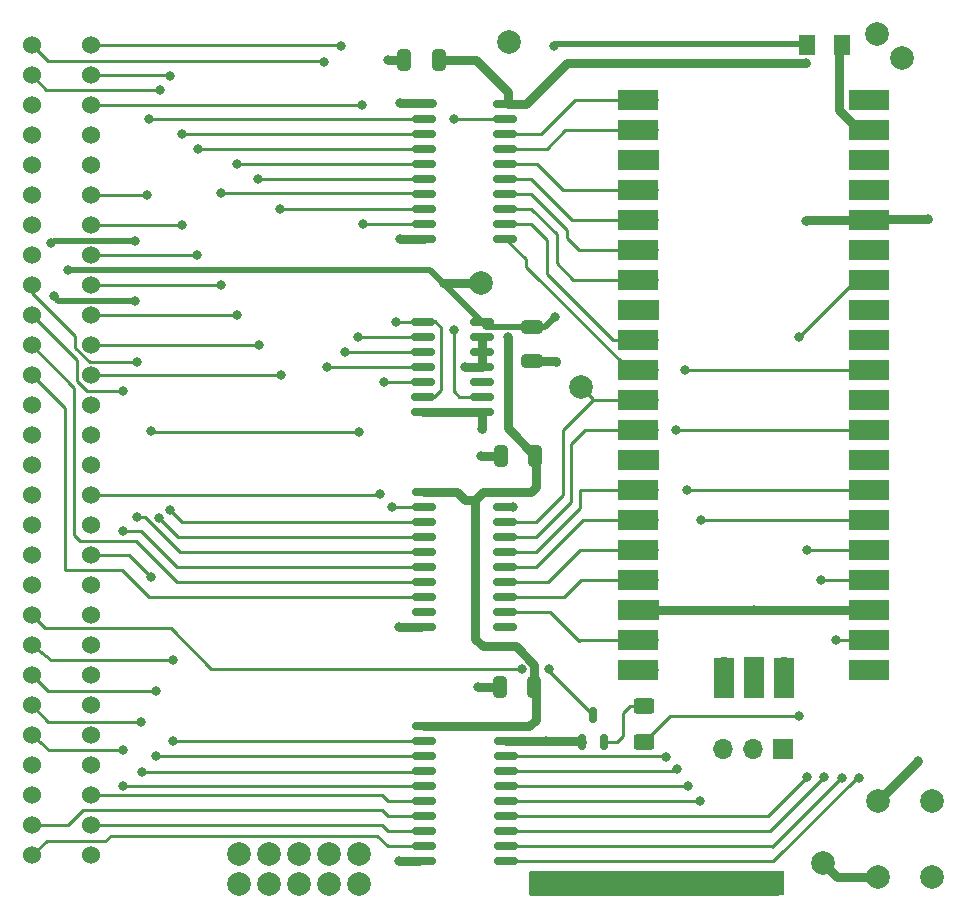
<source format=gtl>
G04 #@! TF.GenerationSoftware,KiCad,Pcbnew,6.0.10-86aedd382b~118~ubuntu20.04.1*
G04 #@! TF.CreationDate,2023-01-30T13:16:44+00:00*
G04 #@! TF.ProjectId,srom,73726f6d-2e6b-4696-9361-645f70636258,rev?*
G04 #@! TF.SameCoordinates,Original*
G04 #@! TF.FileFunction,Copper,L1,Top*
G04 #@! TF.FilePolarity,Positive*
%FSLAX46Y46*%
G04 Gerber Fmt 4.6, Leading zero omitted, Abs format (unit mm)*
G04 Created by KiCad (PCBNEW 6.0.10-86aedd382b~118~ubuntu20.04.1) date 2023-01-30 13:16:44*
%MOMM*%
%LPD*%
G01*
G04 APERTURE LIST*
G04 Aperture macros list*
%AMRoundRect*
0 Rectangle with rounded corners*
0 $1 Rounding radius*
0 $2 $3 $4 $5 $6 $7 $8 $9 X,Y pos of 4 corners*
0 Add a 4 corners polygon primitive as box body*
4,1,4,$2,$3,$4,$5,$6,$7,$8,$9,$2,$3,0*
0 Add four circle primitives for the rounded corners*
1,1,$1+$1,$2,$3*
1,1,$1+$1,$4,$5*
1,1,$1+$1,$6,$7*
1,1,$1+$1,$8,$9*
0 Add four rect primitives between the rounded corners*
20,1,$1+$1,$2,$3,$4,$5,0*
20,1,$1+$1,$4,$5,$6,$7,0*
20,1,$1+$1,$6,$7,$8,$9,0*
20,1,$1+$1,$8,$9,$2,$3,0*%
G04 Aperture macros list end*
G04 #@! TA.AperFunction,ComponentPad*
%ADD10C,2.000000*%
G04 #@! TD*
G04 #@! TA.AperFunction,SMDPad,CuDef*
%ADD11RoundRect,0.250000X-0.325000X-0.650000X0.325000X-0.650000X0.325000X0.650000X-0.325000X0.650000X0*%
G04 #@! TD*
G04 #@! TA.AperFunction,SMDPad,CuDef*
%ADD12RoundRect,0.150000X-0.837500X-0.150000X0.837500X-0.150000X0.837500X0.150000X-0.837500X0.150000X0*%
G04 #@! TD*
G04 #@! TA.AperFunction,SMDPad,CuDef*
%ADD13RoundRect,0.250000X-0.650000X0.325000X-0.650000X-0.325000X0.650000X-0.325000X0.650000X0.325000X0*%
G04 #@! TD*
G04 #@! TA.AperFunction,SMDPad,CuDef*
%ADD14RoundRect,0.250000X0.625000X-0.400000X0.625000X0.400000X-0.625000X0.400000X-0.625000X-0.400000X0*%
G04 #@! TD*
G04 #@! TA.AperFunction,SMDPad,CuDef*
%ADD15RoundRect,0.250000X0.325000X0.650000X-0.325000X0.650000X-0.325000X-0.650000X0.325000X-0.650000X0*%
G04 #@! TD*
G04 #@! TA.AperFunction,SMDPad,CuDef*
%ADD16RoundRect,0.150000X-0.825000X-0.150000X0.825000X-0.150000X0.825000X0.150000X-0.825000X0.150000X0*%
G04 #@! TD*
G04 #@! TA.AperFunction,SMDPad,CuDef*
%ADD17RoundRect,0.150000X0.150000X-0.512500X0.150000X0.512500X-0.150000X0.512500X-0.150000X-0.512500X0*%
G04 #@! TD*
G04 #@! TA.AperFunction,ComponentPad*
%ADD18R,1.700000X1.700000*%
G04 #@! TD*
G04 #@! TA.AperFunction,ComponentPad*
%ADD19O,1.700000X1.700000*%
G04 #@! TD*
G04 #@! TA.AperFunction,SMDPad,CuDef*
%ADD20RoundRect,0.250001X0.462499X0.624999X-0.462499X0.624999X-0.462499X-0.624999X0.462499X-0.624999X0*%
G04 #@! TD*
G04 #@! TA.AperFunction,ComponentPad*
%ADD21C,1.524000*%
G04 #@! TD*
G04 #@! TA.AperFunction,SMDPad,CuDef*
%ADD22R,3.500000X1.700000*%
G04 #@! TD*
G04 #@! TA.AperFunction,SMDPad,CuDef*
%ADD23R,1.700000X3.500000*%
G04 #@! TD*
G04 #@! TA.AperFunction,ViaPad*
%ADD24C,0.800000*%
G04 #@! TD*
G04 #@! TA.AperFunction,Conductor*
%ADD25C,0.750000*%
G04 #@! TD*
G04 #@! TA.AperFunction,Conductor*
%ADD26C,0.550000*%
G04 #@! TD*
G04 #@! TA.AperFunction,Conductor*
%ADD27C,0.250000*%
G04 #@! TD*
G04 APERTURE END LIST*
D10*
X48200000Y-122000000D03*
X45660000Y-122000000D03*
D11*
X67825000Y-88340000D03*
X70775000Y-88340000D03*
D12*
X61327500Y-111205000D03*
X61327500Y-112475000D03*
X61327500Y-113745000D03*
X61327500Y-115015000D03*
X61327500Y-116285000D03*
X61327500Y-117555000D03*
X61327500Y-118825000D03*
X61327500Y-120095000D03*
X61327500Y-121365000D03*
X61327500Y-122635000D03*
X68252500Y-122635000D03*
X68252500Y-121365000D03*
X68252500Y-120095000D03*
X68252500Y-118825000D03*
X68252500Y-117555000D03*
X68252500Y-116285000D03*
X68252500Y-115015000D03*
X68252500Y-113745000D03*
X68252500Y-112475000D03*
X68252500Y-111205000D03*
X61307500Y-91385000D03*
X61307500Y-92655000D03*
X61307500Y-93925000D03*
X61307500Y-95195000D03*
X61307500Y-96465000D03*
X61307500Y-97735000D03*
X61307500Y-99005000D03*
X61307500Y-100275000D03*
X61307500Y-101545000D03*
X61307500Y-102815000D03*
X68232500Y-102815000D03*
X68232500Y-101545000D03*
X68232500Y-100275000D03*
X68232500Y-99005000D03*
X68232500Y-97735000D03*
X68232500Y-96465000D03*
X68232500Y-95195000D03*
X68232500Y-93925000D03*
X68232500Y-92655000D03*
X68232500Y-91385000D03*
D13*
X70520000Y-77385000D03*
X70520000Y-80335000D03*
D10*
X95140000Y-122840000D03*
D14*
X79940000Y-112580000D03*
X79940000Y-109480000D03*
D15*
X70685000Y-107880000D03*
X67735000Y-107880000D03*
D10*
X50740000Y-122000000D03*
D16*
X61265000Y-76990000D03*
X61265000Y-78260000D03*
X61265000Y-79530000D03*
X61265000Y-80800000D03*
X61265000Y-82070000D03*
X61265000Y-83340000D03*
X61265000Y-84610000D03*
X66215000Y-84610000D03*
X66215000Y-83340000D03*
X66215000Y-82070000D03*
X66215000Y-80800000D03*
X66215000Y-79530000D03*
X66215000Y-78260000D03*
X66215000Y-76990000D03*
D17*
X74690000Y-112527500D03*
X76590000Y-112527500D03*
X75640000Y-110252500D03*
D10*
X101770000Y-54650000D03*
D12*
X61307500Y-58505000D03*
X61307500Y-59775000D03*
X61307500Y-61045000D03*
X61307500Y-62315000D03*
X61307500Y-63585000D03*
X61307500Y-64855000D03*
X61307500Y-66125000D03*
X61307500Y-67395000D03*
X61307500Y-68665000D03*
X61307500Y-69935000D03*
X68232500Y-69935000D03*
X68232500Y-68665000D03*
X68232500Y-67395000D03*
X68232500Y-66125000D03*
X68232500Y-64855000D03*
X68232500Y-63585000D03*
X68232500Y-62315000D03*
X68232500Y-61045000D03*
X68232500Y-59775000D03*
X68232500Y-58505000D03*
D10*
X53280000Y-122000000D03*
X50740000Y-124540000D03*
X68540000Y-53260000D03*
X66140000Y-73680000D03*
X45660000Y-124540000D03*
X55820000Y-122000000D03*
X99730000Y-52600000D03*
D15*
X62595000Y-54810000D03*
X59645000Y-54810000D03*
D10*
X48200000Y-124540000D03*
D18*
X91730000Y-113165000D03*
D19*
X89190000Y-113165000D03*
X86650000Y-113165000D03*
D10*
X99810000Y-124020000D03*
X99810000Y-117520000D03*
X104310000Y-124020000D03*
X104310000Y-117520000D03*
X53280000Y-124540000D03*
X74630000Y-82520000D03*
D20*
X96717500Y-53540000D03*
X93742500Y-53540000D03*
D10*
X55820000Y-124540000D03*
D21*
X28150000Y-63740000D03*
X33150000Y-63740000D03*
X33150000Y-53580000D03*
X33150000Y-56120000D03*
X33150000Y-58660000D03*
X33150000Y-61200000D03*
X33150000Y-66280000D03*
X33150000Y-68820000D03*
X33150000Y-71360000D03*
X33150000Y-73900000D03*
X33150000Y-76440000D03*
X33150000Y-78980000D03*
X33150000Y-81520000D03*
X33150000Y-84060000D03*
X33150000Y-86600000D03*
X33150000Y-89140000D03*
X33150000Y-91680000D03*
X33150000Y-94220000D03*
X33150000Y-96760000D03*
X33150000Y-99300000D03*
X33150000Y-101840000D03*
X33150000Y-104380000D03*
X33150000Y-106920000D03*
X33150000Y-109460000D03*
X33150000Y-112000000D03*
X33150000Y-114540000D03*
X33150000Y-117080000D03*
X33150000Y-119620000D03*
X33150000Y-122160000D03*
X28150000Y-53580000D03*
X28150000Y-56120000D03*
X28150000Y-58660000D03*
X28150000Y-61200000D03*
X28150000Y-66280000D03*
X28150000Y-68820000D03*
X28150000Y-71360000D03*
X28150000Y-73900000D03*
X28150000Y-76440000D03*
X28150000Y-78980000D03*
X28150000Y-81520000D03*
X28150000Y-84060000D03*
X28150000Y-86600000D03*
X28150000Y-89140000D03*
X28150000Y-91680000D03*
X28150000Y-94220000D03*
X28150000Y-96760000D03*
X28150000Y-99300000D03*
X28150000Y-101840000D03*
X28150000Y-104380000D03*
X28150000Y-106920000D03*
X28150000Y-109460000D03*
X28150000Y-112000000D03*
X28150000Y-114540000D03*
X28150000Y-117080000D03*
X28150000Y-119620000D03*
X28150000Y-122160000D03*
D19*
X80350000Y-58190000D03*
D22*
X79450000Y-58190000D03*
D19*
X80350000Y-60730000D03*
D22*
X79450000Y-60730000D03*
D18*
X80350000Y-63270000D03*
D22*
X79450000Y-63270000D03*
D19*
X80350000Y-65810000D03*
D22*
X79450000Y-65810000D03*
X79450000Y-68350000D03*
D19*
X80350000Y-68350000D03*
X80350000Y-70890000D03*
D22*
X79450000Y-70890000D03*
X79450000Y-73430000D03*
D19*
X80350000Y-73430000D03*
D18*
X80350000Y-75970000D03*
D22*
X79450000Y-75970000D03*
X79450000Y-78510000D03*
D19*
X80350000Y-78510000D03*
D22*
X79450000Y-81050000D03*
D19*
X80350000Y-81050000D03*
D22*
X79450000Y-83590000D03*
D19*
X80350000Y-83590000D03*
D22*
X79450000Y-86130000D03*
D19*
X80350000Y-86130000D03*
D22*
X79450000Y-88670000D03*
D18*
X80350000Y-88670000D03*
D22*
X79450000Y-91210000D03*
D19*
X80350000Y-91210000D03*
D22*
X79450000Y-93750000D03*
D19*
X80350000Y-93750000D03*
D22*
X79450000Y-96290000D03*
D19*
X80350000Y-96290000D03*
X80350000Y-98830000D03*
D22*
X79450000Y-98830000D03*
X79450000Y-101370000D03*
D18*
X80350000Y-101370000D03*
D19*
X80350000Y-103910000D03*
D22*
X79450000Y-103910000D03*
D19*
X80350000Y-106450000D03*
D22*
X79450000Y-106450000D03*
X99030000Y-106450000D03*
D19*
X98130000Y-106450000D03*
X98130000Y-103910000D03*
D22*
X99030000Y-103910000D03*
D18*
X98130000Y-101370000D03*
D22*
X99030000Y-101370000D03*
X99030000Y-98830000D03*
D19*
X98130000Y-98830000D03*
X98130000Y-96290000D03*
D22*
X99030000Y-96290000D03*
D19*
X98130000Y-93750000D03*
D22*
X99030000Y-93750000D03*
X99030000Y-91210000D03*
D19*
X98130000Y-91210000D03*
D22*
X99030000Y-88670000D03*
D18*
X98130000Y-88670000D03*
D22*
X99030000Y-86130000D03*
D19*
X98130000Y-86130000D03*
X98130000Y-83590000D03*
D22*
X99030000Y-83590000D03*
D19*
X98130000Y-81050000D03*
D22*
X99030000Y-81050000D03*
X99030000Y-78510000D03*
D19*
X98130000Y-78510000D03*
D18*
X98130000Y-75970000D03*
D22*
X99030000Y-75970000D03*
X99030000Y-73430000D03*
D19*
X98130000Y-73430000D03*
D22*
X99030000Y-70890000D03*
D19*
X98130000Y-70890000D03*
D22*
X99030000Y-68350000D03*
D19*
X98130000Y-68350000D03*
D22*
X99030000Y-65810000D03*
D19*
X98130000Y-65810000D03*
D22*
X99030000Y-63270000D03*
D18*
X98130000Y-63270000D03*
D19*
X98130000Y-60730000D03*
D22*
X99030000Y-60730000D03*
D19*
X98130000Y-58190000D03*
D22*
X99030000Y-58190000D03*
D23*
X86700000Y-107120000D03*
D19*
X86700000Y-106220000D03*
D18*
X89240000Y-106220000D03*
D23*
X89240000Y-107120000D03*
X91780000Y-107120000D03*
D19*
X91780000Y-106220000D03*
D24*
X36830000Y-75180000D03*
X36830000Y-70110000D03*
X68450000Y-58560000D03*
X93680000Y-55100000D03*
X68440000Y-78270000D03*
X103990000Y-68310000D03*
X93660000Y-68450000D03*
X103190000Y-114140000D03*
X66140000Y-88310000D03*
X68910000Y-92670000D03*
X66230000Y-86020000D03*
X65950000Y-107920000D03*
X72480000Y-80340000D03*
X73440000Y-124940000D03*
X58310000Y-54810000D03*
X71690000Y-112510000D03*
X29980000Y-74780000D03*
X59290000Y-58490000D03*
X89250000Y-101370000D03*
X59230000Y-102820000D03*
X29790000Y-70340000D03*
X64840000Y-80780000D03*
X59210000Y-122670000D03*
X59330000Y-69950000D03*
X72320000Y-53590000D03*
X72420000Y-76540000D03*
X31210000Y-72590000D03*
X58980000Y-77030000D03*
X58650000Y-92640000D03*
X37060000Y-80420000D03*
X37000000Y-93490000D03*
X35830000Y-82830000D03*
X35820000Y-94670000D03*
X35850000Y-116310000D03*
X35830000Y-113200000D03*
X37390000Y-110830000D03*
X37420000Y-115090000D03*
X38640000Y-108260000D03*
X38630000Y-113730000D03*
X82760000Y-114860000D03*
X82680000Y-86130000D03*
X83660000Y-116300000D03*
X83640000Y-91230000D03*
X84670000Y-117570000D03*
X84810000Y-93740000D03*
X40080000Y-105580000D03*
X40050000Y-112500000D03*
X38960000Y-57340000D03*
X38940000Y-93610000D03*
X39850000Y-92890000D03*
X39830000Y-56160000D03*
X98130000Y-115600000D03*
X96690000Y-115609999D03*
X96180000Y-103910000D03*
X94930000Y-98820000D03*
X95240000Y-115546666D03*
X93790000Y-115483333D03*
X93790000Y-96310000D03*
X81820000Y-113790000D03*
X83430000Y-81070000D03*
X37910000Y-66250000D03*
X38040000Y-59810000D03*
X40840000Y-61060000D03*
X40840000Y-68790000D03*
X42200000Y-62320000D03*
X42150000Y-71360000D03*
X47320000Y-64860000D03*
X47360000Y-78920000D03*
X49250000Y-81520000D03*
X49160000Y-67400000D03*
X45490000Y-63580000D03*
X45520000Y-76430000D03*
X44120000Y-66090000D03*
X44150000Y-73890000D03*
X56170000Y-68670000D03*
X56110000Y-58660000D03*
X63910000Y-59810000D03*
X63920000Y-77690000D03*
X53150000Y-80800000D03*
X52850000Y-54970000D03*
X54350000Y-53640000D03*
X54670000Y-79540000D03*
X55780000Y-78290000D03*
X38190000Y-86250000D03*
X38190000Y-98610000D03*
X55810000Y-86330000D03*
X57650000Y-91590000D03*
X57940000Y-82080000D03*
X71935924Y-106334076D03*
X69625924Y-106334076D03*
X93065500Y-110360000D03*
X93090000Y-78270000D03*
D25*
X59230000Y-102820000D02*
X61095000Y-102820000D01*
X61095000Y-102820000D02*
X61100000Y-102815000D01*
D26*
X36830000Y-75180000D02*
X30380000Y-75180000D01*
D25*
X59330000Y-69950000D02*
X61292500Y-69950000D01*
X61292500Y-69950000D02*
X61307500Y-69935000D01*
X59290000Y-58490000D02*
X61980000Y-58490000D01*
D27*
X98170000Y-68310000D02*
X98130000Y-68350000D01*
D25*
X70250000Y-111235000D02*
X70250000Y-111230000D01*
X70385000Y-91370000D02*
X70400000Y-91385000D01*
X64840000Y-92070000D02*
X64155000Y-91385000D01*
X68450000Y-58560000D02*
X68450000Y-57530000D01*
X69120000Y-104450000D02*
X66300000Y-104450000D01*
X64155000Y-91385000D02*
X61307500Y-91385000D01*
X73415000Y-55100000D02*
X69990000Y-58525000D01*
X65730000Y-54810000D02*
X62595000Y-54810000D01*
X70775000Y-88340000D02*
X68440000Y-86005000D01*
X93680000Y-55100000D02*
X73415000Y-55100000D01*
X65650000Y-92070000D02*
X66350000Y-91370000D01*
X103990000Y-68310000D02*
X98170000Y-68310000D01*
X70840000Y-88405000D02*
X70775000Y-88340000D01*
X70820000Y-108015000D02*
X70685000Y-107880000D01*
X65650000Y-92070000D02*
X64840000Y-92070000D01*
X68440000Y-86005000D02*
X68440000Y-78270000D01*
X70685000Y-106015000D02*
X69120000Y-104450000D01*
X66350000Y-91370000D02*
X67880000Y-91370000D01*
X99810000Y-117520000D02*
X103160000Y-114170000D01*
X67880000Y-91370000D02*
X70385000Y-91370000D01*
D27*
X103160000Y-114170000D02*
X103190000Y-114140000D01*
D25*
X70840000Y-90945000D02*
X70840000Y-88405000D01*
X70820000Y-110660000D02*
X70820000Y-108015000D01*
X61357500Y-111235000D02*
X70250000Y-111235000D01*
X69955000Y-58560000D02*
X69990000Y-58525000D01*
X68450000Y-57530000D02*
X65730000Y-54810000D01*
X70250000Y-111230000D02*
X70820000Y-110660000D01*
X66300000Y-104450000D02*
X65650000Y-103800000D01*
X93660000Y-68450000D02*
X93760000Y-68350000D01*
X68450000Y-58560000D02*
X69955000Y-58560000D01*
X95140000Y-122840000D02*
X96320000Y-124020000D01*
X65650000Y-103800000D02*
X65650000Y-92070000D01*
X70685000Y-107880000D02*
X70685000Y-106015000D01*
X96320000Y-124020000D02*
X99810000Y-124020000D01*
X93760000Y-68350000D02*
X98130000Y-68350000D01*
X70400000Y-91385000D02*
X70840000Y-90945000D01*
X58310000Y-54810000D02*
X59645000Y-54810000D01*
X71175000Y-112505000D02*
X74667500Y-112505000D01*
X89250000Y-101370000D02*
X98130000Y-101370000D01*
D26*
X29790000Y-70340000D02*
X30020000Y-70110000D01*
D25*
X66215000Y-78260000D02*
X66215000Y-79530000D01*
X60950000Y-122665000D02*
X59215000Y-122665000D01*
X68282500Y-112505000D02*
X68252500Y-112475000D01*
X65990000Y-107880000D02*
X65950000Y-107920000D01*
X71175000Y-112505000D02*
X68282500Y-112505000D01*
X71685000Y-112505000D02*
X71175000Y-112505000D01*
X66215000Y-84610000D02*
X66215000Y-86005000D01*
X67825000Y-88340000D02*
X66170000Y-88340000D01*
X72475000Y-80335000D02*
X72480000Y-80340000D01*
D26*
X30020000Y-70110000D02*
X36830000Y-70110000D01*
D25*
X80350000Y-101370000D02*
X89250000Y-101370000D01*
D27*
X71685000Y-112505000D02*
X71690000Y-112510000D01*
D26*
X30380000Y-75180000D02*
X29980000Y-74780000D01*
D27*
X66170000Y-88340000D02*
X66140000Y-88310000D01*
D25*
X66215000Y-86005000D02*
X66230000Y-86020000D01*
X66215000Y-80800000D02*
X64860000Y-80800000D01*
X67735000Y-107880000D02*
X65990000Y-107880000D01*
X74667500Y-112505000D02*
X74690000Y-112527500D01*
X66215000Y-79530000D02*
X66215000Y-80800000D01*
X70520000Y-80335000D02*
X72475000Y-80335000D01*
X66215000Y-84610000D02*
X61265000Y-84610000D01*
X64860000Y-80800000D02*
X64840000Y-80780000D01*
D27*
X59215000Y-122665000D02*
X59210000Y-122670000D01*
D26*
X72435000Y-53475000D02*
X93915000Y-53475000D01*
X61860000Y-72630000D02*
X61830000Y-72600000D01*
X61845000Y-72620000D02*
X66215000Y-76990000D01*
X66610000Y-77385000D02*
X66215000Y-76990000D01*
D25*
X66140000Y-73680000D02*
X62905000Y-73680000D01*
D26*
X61830000Y-72600000D02*
X31060000Y-72600000D01*
X72320000Y-53590000D02*
X72435000Y-53475000D01*
X71575000Y-77385000D02*
X72420000Y-76540000D01*
X70520000Y-77385000D02*
X71575000Y-77385000D01*
X70520000Y-77385000D02*
X66610000Y-77385000D01*
D25*
X98130000Y-60730000D02*
X96480000Y-59080000D01*
X96480000Y-59080000D02*
X96480000Y-53540000D01*
D27*
X58650000Y-92640000D02*
X61085000Y-92640000D01*
X61265000Y-76990000D02*
X59020000Y-76990000D01*
X61265000Y-83340000D02*
X62190000Y-83340000D01*
X62790000Y-82740000D02*
X62790000Y-77470000D01*
X59020000Y-76990000D02*
X58980000Y-77030000D01*
X61085000Y-92640000D02*
X61100000Y-92655000D01*
X62790000Y-77470000D02*
X62240000Y-76920000D01*
X62190000Y-83340000D02*
X62790000Y-82740000D01*
X31830000Y-78180000D02*
X31830000Y-79197251D01*
X28150000Y-74500000D02*
X31830000Y-78180000D01*
X37730000Y-93490000D02*
X40705000Y-96465000D01*
X37000000Y-93490000D02*
X37730000Y-93490000D01*
X31830000Y-79197251D02*
X33052749Y-80420000D01*
X33052749Y-80420000D02*
X37060000Y-80420000D01*
X28150000Y-73900000D02*
X28150000Y-74500000D01*
X40705000Y-96465000D02*
X61100000Y-96465000D01*
X32790000Y-82840000D02*
X35820000Y-82840000D01*
X40455000Y-97735000D02*
X61100000Y-97735000D01*
X35820000Y-82840000D02*
X35830000Y-82830000D01*
X28150000Y-76440000D02*
X31930000Y-80220000D01*
X37390000Y-94670000D02*
X40455000Y-97735000D01*
X31930000Y-81980000D02*
X32790000Y-82840000D01*
X35820000Y-94670000D02*
X37390000Y-94670000D01*
X31930000Y-80220000D02*
X31930000Y-81980000D01*
X32180000Y-95510000D02*
X36970000Y-95510000D01*
X28150000Y-78980000D02*
X31710000Y-82540000D01*
X40465000Y-99005000D02*
X61100000Y-99005000D01*
X31710000Y-95040000D02*
X32180000Y-95510000D01*
X31710000Y-82540000D02*
X31710000Y-95040000D01*
X36970000Y-95510000D02*
X40465000Y-99005000D01*
X30920000Y-84290000D02*
X30920000Y-97950000D01*
X28150000Y-81520000D02*
X30920000Y-84290000D01*
X31000000Y-98030000D02*
X35770000Y-98030000D01*
X35770000Y-98030000D02*
X38015000Y-100275000D01*
X38015000Y-100275000D02*
X61100000Y-100275000D01*
X30920000Y-97950000D02*
X31000000Y-98030000D01*
X35550000Y-113210000D02*
X35820000Y-113210000D01*
X29590000Y-113210000D02*
X35550000Y-113210000D01*
X28150000Y-112000000D02*
X29590000Y-113210000D01*
X35855000Y-116315000D02*
X60950000Y-116315000D01*
X35820000Y-113210000D02*
X35830000Y-113200000D01*
X35850000Y-116310000D02*
X35855000Y-116315000D01*
X29520000Y-110830000D02*
X37390000Y-110830000D01*
X28150000Y-109460000D02*
X29520000Y-110830000D01*
X60905000Y-115090000D02*
X60950000Y-115045000D01*
X37420000Y-115090000D02*
X60905000Y-115090000D01*
X28150000Y-106920000D02*
X29490000Y-108260000D01*
X38630000Y-113730000D02*
X60905000Y-113730000D01*
X29490000Y-108260000D02*
X38640000Y-108260000D01*
X60905000Y-113730000D02*
X60950000Y-113775000D01*
X82575000Y-115045000D02*
X68282500Y-115045000D01*
X82760000Y-114860000D02*
X82575000Y-115045000D01*
X68282500Y-115045000D02*
X68252500Y-115015000D01*
X82680000Y-86130000D02*
X98130000Y-86130000D01*
X83645000Y-116315000D02*
X68282500Y-116315000D01*
X83640000Y-91230000D02*
X83660000Y-91210000D01*
X68282500Y-116315000D02*
X68252500Y-116285000D01*
X83660000Y-116300000D02*
X83645000Y-116315000D01*
X83660000Y-91210000D02*
X98130000Y-91210000D01*
X84670000Y-117570000D02*
X84655000Y-117585000D01*
X84655000Y-117585000D02*
X68282500Y-117585000D01*
X98120000Y-93740000D02*
X98130000Y-93750000D01*
X68282500Y-117585000D02*
X68252500Y-117555000D01*
X84810000Y-93740000D02*
X98120000Y-93740000D01*
X80350000Y-103910000D02*
X74530000Y-103910000D01*
X74460000Y-103980000D02*
X72025000Y-101545000D01*
X72025000Y-101545000D02*
X68232500Y-101545000D01*
X74530000Y-103910000D02*
X74460000Y-103980000D01*
X74610000Y-98830000D02*
X73165000Y-100275000D01*
X73165000Y-100275000D02*
X68232500Y-100275000D01*
X80350000Y-98830000D02*
X74610000Y-98830000D01*
X80350000Y-96290000D02*
X74530000Y-96290000D01*
X74530000Y-96290000D02*
X71815000Y-99005000D01*
X71815000Y-99005000D02*
X68232500Y-99005000D01*
X74550000Y-94011751D02*
X70826751Y-97735000D01*
X80350000Y-93750000D02*
X74810000Y-93750000D01*
X74810000Y-93750000D02*
X74550000Y-94010000D01*
X70826751Y-97735000D02*
X68232500Y-97735000D01*
X74550000Y-94010000D02*
X74550000Y-94011751D01*
X75630000Y-83590000D02*
X80350000Y-83590000D01*
X75630000Y-83590000D02*
X75630000Y-83520000D01*
X73100000Y-91651751D02*
X70826751Y-93925000D01*
X73100000Y-86120000D02*
X73100000Y-91651751D01*
X70826751Y-93925000D02*
X68232500Y-93925000D01*
X75630000Y-83520000D02*
X74630000Y-82520000D01*
X75630000Y-83590000D02*
X73100000Y-86120000D01*
X40080000Y-105580000D02*
X29770000Y-105610000D01*
X29770000Y-105610000D02*
X28150000Y-104380000D01*
X40050000Y-112500000D02*
X40055000Y-112505000D01*
X40055000Y-112505000D02*
X60950000Y-112505000D01*
X58285000Y-117585000D02*
X60950000Y-117585000D01*
X57780000Y-117080000D02*
X58285000Y-117585000D01*
X33150000Y-117080000D02*
X57780000Y-117080000D01*
X31190000Y-119620000D02*
X32460000Y-118350000D01*
X28150000Y-119620000D02*
X31190000Y-119620000D01*
X32460000Y-118350000D02*
X57750000Y-118350000D01*
X58255000Y-118855000D02*
X60950000Y-118855000D01*
X57750000Y-118350000D02*
X58255000Y-118855000D01*
X33150000Y-119620000D02*
X57820000Y-119620000D01*
X58325000Y-120125000D02*
X60950000Y-120125000D01*
X57820000Y-119620000D02*
X58325000Y-120125000D01*
X58315000Y-121395000D02*
X60950000Y-121395000D01*
X34350000Y-120920000D02*
X34800000Y-120470000D01*
X57390000Y-120470000D02*
X58315000Y-121395000D01*
X34800000Y-120470000D02*
X57390000Y-120470000D01*
X29390000Y-120920000D02*
X34350000Y-120920000D01*
X28150000Y-122160000D02*
X29390000Y-120920000D01*
X40525000Y-95195000D02*
X61100000Y-95195000D01*
X38940000Y-93610000D02*
X40525000Y-95195000D01*
X28150000Y-56120000D02*
X29370000Y-57340000D01*
X29370000Y-57340000D02*
X38960000Y-57340000D01*
X39850000Y-92890000D02*
X40885000Y-93925000D01*
X33150000Y-56120000D02*
X39790000Y-56120000D01*
X40885000Y-93925000D02*
X61100000Y-93925000D01*
X39790000Y-56120000D02*
X39830000Y-56160000D01*
X80350000Y-86130000D02*
X74980000Y-86130000D01*
X73760000Y-87350000D02*
X73760000Y-92261751D01*
X73760000Y-92261751D02*
X70826751Y-95195000D01*
X74980000Y-86130000D02*
X73760000Y-87350000D01*
X70826751Y-95195000D02*
X68232500Y-95195000D01*
X74550000Y-91200000D02*
X74550000Y-92741751D01*
X74550000Y-92741751D02*
X70826751Y-96465000D01*
X80350000Y-91210000D02*
X80340000Y-91200000D01*
X80340000Y-91200000D02*
X74550000Y-91200000D01*
X70826751Y-96465000D02*
X68232500Y-96465000D01*
X98140000Y-115420000D02*
X90895000Y-122665000D01*
X90895000Y-122665000D02*
X68282500Y-122665000D01*
X68282500Y-122665000D02*
X68252500Y-122635000D01*
X68282500Y-121395000D02*
X68252500Y-121365000D01*
X90835000Y-121405000D02*
X90825000Y-121395000D01*
X96180000Y-103910000D02*
X98130000Y-103910000D01*
X96620000Y-115620000D02*
X90835000Y-121405000D01*
X90825000Y-121395000D02*
X68282500Y-121395000D01*
X68282500Y-120125000D02*
X68252500Y-120095000D01*
X90645000Y-120115000D02*
X90395000Y-120115000D01*
X90385000Y-120125000D02*
X68282500Y-120125000D01*
X94940000Y-98830000D02*
X98130000Y-98830000D01*
X90395000Y-120115000D02*
X90385000Y-120125000D01*
X94930000Y-98820000D02*
X94940000Y-98830000D01*
X95210000Y-115550000D02*
X90645000Y-120115000D01*
X98110000Y-96310000D02*
X98130000Y-96290000D01*
X90485000Y-118855000D02*
X68282500Y-118855000D01*
X68282500Y-118855000D02*
X68252500Y-118825000D01*
X93790000Y-96310000D02*
X98110000Y-96310000D01*
X93790000Y-115550000D02*
X90485000Y-118855000D01*
X81820000Y-113790000D02*
X81805000Y-113775000D01*
X83430000Y-81070000D02*
X83450000Y-81050000D01*
X68282500Y-113775000D02*
X68252500Y-113745000D01*
X81805000Y-113775000D02*
X68282500Y-113775000D01*
X83450000Y-81050000D02*
X98130000Y-81050000D01*
X38040000Y-59810000D02*
X60675000Y-59810000D01*
X37880000Y-66280000D02*
X37910000Y-66250000D01*
X60675000Y-59810000D02*
X60690000Y-59795000D01*
X33150000Y-66280000D02*
X37880000Y-66280000D01*
X40810000Y-68820000D02*
X40840000Y-68790000D01*
X33150000Y-68820000D02*
X40810000Y-68820000D01*
X40840000Y-61060000D02*
X60685000Y-61060000D01*
X60685000Y-61060000D02*
X60690000Y-61065000D01*
X33150000Y-71360000D02*
X42150000Y-71360000D01*
X42200000Y-62320000D02*
X60675000Y-62320000D01*
X60675000Y-62320000D02*
X60690000Y-62335000D01*
X47320000Y-64860000D02*
X60675000Y-64860000D01*
X47300000Y-78980000D02*
X47360000Y-78920000D01*
X33150000Y-78980000D02*
X47300000Y-78980000D01*
X60675000Y-64860000D02*
X60690000Y-64875000D01*
X49160000Y-67400000D02*
X60675000Y-67400000D01*
X60675000Y-67400000D02*
X60690000Y-67415000D01*
X33150000Y-81520000D02*
X49250000Y-81520000D01*
X33150000Y-76440000D02*
X45510000Y-76440000D01*
X45510000Y-76440000D02*
X45520000Y-76430000D01*
X45515000Y-63605000D02*
X60690000Y-63605000D01*
X45490000Y-63580000D02*
X45515000Y-63605000D01*
X33150000Y-73900000D02*
X44140000Y-73900000D01*
X60635000Y-66090000D02*
X60690000Y-66145000D01*
X44140000Y-73900000D02*
X44150000Y-73890000D01*
X44120000Y-66090000D02*
X60635000Y-66090000D01*
X56170000Y-68670000D02*
X60675000Y-68670000D01*
X33150000Y-58660000D02*
X56110000Y-58660000D01*
X60675000Y-68670000D02*
X60690000Y-68685000D01*
X69990000Y-71692500D02*
X68232500Y-69935000D01*
X69990000Y-72300000D02*
X69990000Y-71692500D01*
X80350000Y-81050000D02*
X78740000Y-81050000D01*
X78740000Y-81050000D02*
X69990000Y-72300000D01*
X68232500Y-67395000D02*
X70396751Y-67395000D01*
X72580000Y-72030000D02*
X73980000Y-73430000D01*
X70396751Y-67395000D02*
X72580000Y-69578249D01*
X73980000Y-73430000D02*
X80350000Y-73430000D01*
X72580000Y-69578249D02*
X72580000Y-72030000D01*
X70396751Y-64855000D02*
X73891751Y-68350000D01*
X68232500Y-64855000D02*
X70396751Y-64855000D01*
X73891751Y-68350000D02*
X80350000Y-68350000D01*
X71770000Y-72910000D02*
X77370000Y-78510000D01*
X71770000Y-70038249D02*
X71770000Y-72910000D01*
X70396751Y-68665000D02*
X71770000Y-70038249D01*
X77370000Y-78510000D02*
X80350000Y-78510000D01*
X68232500Y-68665000D02*
X70396751Y-68665000D01*
X73450000Y-69860000D02*
X74480000Y-70890000D01*
X73450000Y-69178249D02*
X73450000Y-69860000D01*
X68232500Y-66125000D02*
X70396751Y-66125000D01*
X70396751Y-66125000D02*
X73450000Y-69178249D01*
X74480000Y-70890000D02*
X80350000Y-70890000D01*
X70905000Y-63585000D02*
X73130000Y-65810000D01*
X73130000Y-65810000D02*
X80350000Y-65810000D01*
X68232500Y-63585000D02*
X70905000Y-63585000D01*
X73310000Y-60730000D02*
X80350000Y-60730000D01*
X68232500Y-62315000D02*
X71725000Y-62315000D01*
X71725000Y-62315000D02*
X73310000Y-60730000D01*
X74130000Y-58190000D02*
X80350000Y-58190000D01*
X71275000Y-61045000D02*
X74130000Y-58190000D01*
X68232500Y-61045000D02*
X71275000Y-61045000D01*
X63930000Y-82940000D02*
X63920000Y-82930000D01*
X64330000Y-83340000D02*
X63930000Y-82940000D01*
X63910000Y-59810000D02*
X63945000Y-59775000D01*
X63920000Y-82930000D02*
X63920000Y-77690000D01*
X63945000Y-59775000D02*
X68232500Y-59775000D01*
X66215000Y-83340000D02*
X64330000Y-83340000D01*
X77662500Y-112527500D02*
X78180000Y-112010000D01*
X78780000Y-109480000D02*
X79940000Y-109480000D01*
X78170000Y-110090000D02*
X78780000Y-109480000D01*
X76590000Y-112527500D02*
X77662500Y-112527500D01*
X78180000Y-112010000D02*
X78180000Y-110100000D01*
X78180000Y-110100000D02*
X78170000Y-110090000D01*
X28150000Y-53580000D02*
X29490000Y-54920000D01*
X52800000Y-54920000D02*
X52850000Y-54970000D01*
X29490000Y-54920000D02*
X52800000Y-54920000D01*
X53150000Y-80800000D02*
X61265000Y-80800000D01*
X61255000Y-79540000D02*
X61265000Y-79530000D01*
X54290000Y-53580000D02*
X54350000Y-53640000D01*
X33150000Y-53580000D02*
X54290000Y-53580000D01*
X54670000Y-79540000D02*
X61255000Y-79540000D01*
X36340000Y-96760000D02*
X38190000Y-98610000D01*
X55750000Y-86270000D02*
X55810000Y-86330000D01*
X55780000Y-78290000D02*
X61235000Y-78290000D01*
X33150000Y-96760000D02*
X36340000Y-96760000D01*
X61235000Y-78290000D02*
X61265000Y-78260000D01*
X38510000Y-86270000D02*
X55750000Y-86270000D01*
X55810000Y-86330000D02*
X55740000Y-86330000D01*
X61255000Y-82080000D02*
X61265000Y-82070000D01*
X57560000Y-91680000D02*
X57650000Y-91590000D01*
X57940000Y-82080000D02*
X61255000Y-82080000D01*
X33150000Y-91680000D02*
X57560000Y-91680000D01*
X43344076Y-106334076D02*
X69625924Y-106334076D01*
X29237000Y-102927000D02*
X39937000Y-102927000D01*
X71935924Y-106334076D02*
X71935924Y-106548424D01*
X28150000Y-101840000D02*
X29237000Y-102927000D01*
X71935924Y-106548424D02*
X75640000Y-110252500D01*
X40020000Y-103010000D02*
X43344076Y-106334076D01*
X39937000Y-102927000D02*
X40020000Y-103010000D01*
X82160000Y-110360000D02*
X93065500Y-110360000D01*
X97930000Y-73430000D02*
X98130000Y-73430000D01*
X79940000Y-112580000D02*
X82160000Y-110360000D01*
X93090000Y-78270000D02*
X97930000Y-73430000D01*
G04 #@! TA.AperFunction,Conductor*
G36*
X73869898Y-123458216D02*
G01*
X73870029Y-123458216D01*
X91420000Y-123470000D01*
X91420000Y-125544219D01*
X91390506Y-125552954D01*
X91385304Y-125556314D01*
X91349526Y-125561500D01*
X70349257Y-125561500D01*
X70281136Y-125541498D01*
X70234643Y-125487842D01*
X70223305Y-125432011D01*
X70259149Y-124137947D01*
X70274611Y-123579737D01*
X70275155Y-123560122D01*
X70281638Y-123541600D01*
X70286067Y-123543150D01*
X70296520Y-123510870D01*
X70351436Y-123465873D01*
X70400683Y-123455886D01*
X73869898Y-123458216D01*
G37*
G04 #@! TD.AperFunction*
G04 #@! TA.AperFunction,Conductor*
G36*
X91732013Y-123461625D02*
G01*
X91778556Y-123515237D01*
X91789991Y-123567861D01*
X91787427Y-125412510D01*
X91767330Y-125480603D01*
X91713610Y-125527021D01*
X91661721Y-125538335D01*
X81686668Y-125561500D01*
X70349257Y-125561500D01*
X70281136Y-125541498D01*
X70257350Y-125514047D01*
X70259850Y-123625094D01*
X70266925Y-123583633D01*
X70272210Y-123568533D01*
X70290000Y-123651551D01*
X70275492Y-123559159D01*
X70281638Y-123541600D01*
X70286067Y-123543150D01*
X70296520Y-123510870D01*
X70351436Y-123465873D01*
X70373176Y-123461464D01*
X73869767Y-123458216D01*
X73869898Y-123458216D01*
X91663875Y-123441686D01*
X91732013Y-123461625D01*
G37*
G04 #@! TD.AperFunction*
M02*

</source>
